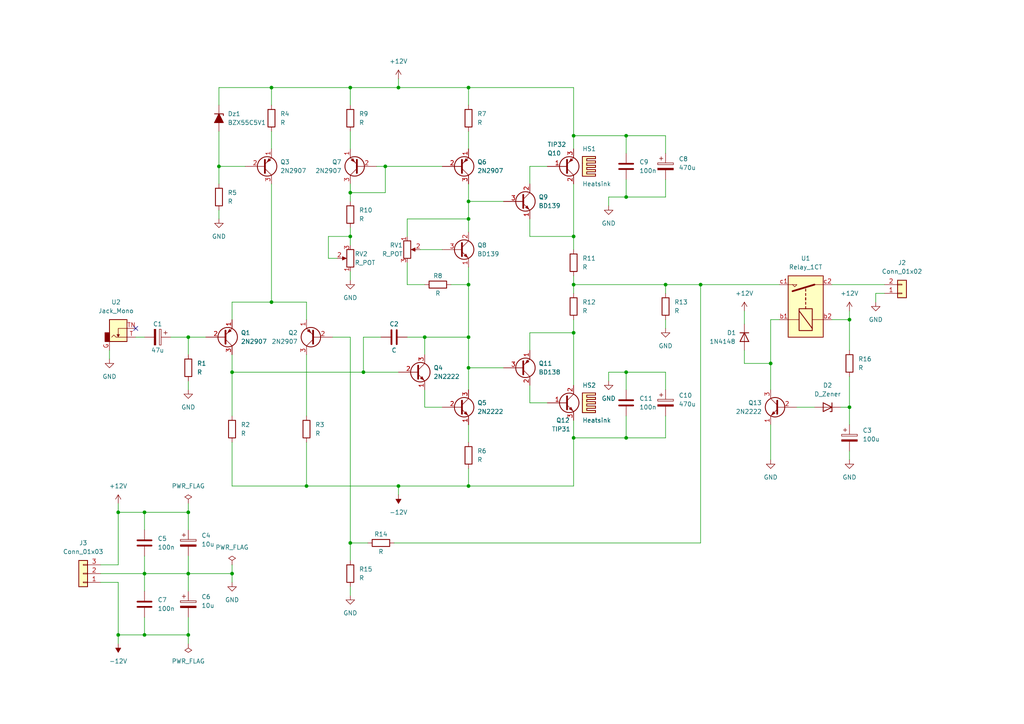
<source format=kicad_sch>
(kicad_sch (version 20211123) (generator eeschema)
  (paper "A4")
  (title_block (title "Amplificateur Audio BE Électronique") (date "2022-03-08") (rev "1.0") (company "INSA Toulouse") (comment 1 "Enseignants: Thierry Rocacher, Patrick Tounsi") (comment 2 "Par Cyprien Heusse") (comment 3 "Réalisé dans le cadre du BE Électronique de 3IMACS"))
  (lib_symbols
    (symbol "CmpAmpliAudioTR:Jack_Mono" (pin_names (offset 1.016))
      (property "Reference" "U" (at 1.27 5.08 0))
      (property "Value" "Jack_Mono" (at 1.27 -8.89 0))
      (symbol "Jack_Mono_0_1"
        (polyline (pts (xy 2.54 0) (xy 0 0) (xy 0 -2.54)))
        (polyline (pts (xy 0 -2.413) (xy 0.381 -1.778) (xy -0.381 -1.778) (xy 0 -2.413)) (fill (type outline)))
        (polyline (pts (xy 2.54 -2.54) (xy -0.635 -2.54) (xy -1.27 -1.905) (xy -1.905 -2.54)))
      )
      (symbol "Jack_Mono_1_1"
        (rectangle (start -2.54 -3.81) (end -3.81 -1.27) (stroke (width 0.254)) (fill (type outline)))
        (rectangle (start 2.54 2.54) (end -2.54 -3.81) (stroke (width 0.254)) (fill (type background)))
        (pin passive line (at -2.54 -6.35 90) (length 2.54) (name "~") (number "G"))
        (pin passive line (at 5.08 -2.54 180) (length 2.54) (name "~") (number "T"))
        (pin passive line (at 5.08 0 180) (length 2.54) (name "~") (number "TN"))
      )
    )
    (symbol "CmpAmpliAudioTR:Relay_1CT" (pin_names (offset 1.016))
      (property "Reference" "U" (at -2.54 10.16 0))
      (property "Value" "Relay_1CT" (at 0 -11.43 0))
      (symbol "Relay_1CT_1_0"
        (polyline (pts (xy 5.08 3.81) (xy 5.08 5.08)))
        (polyline (pts (xy 5.08 3.81) (xy 5.08 2.54) (xy 4.445 3.175) (xy 5.08 3.81)))
      )
      (symbol "Relay_1CT_1_1"
        (rectangle (start -10.16 5.08) (end 7.62 -5.08) (stroke (width 0.254)) (fill (type background)))
        (rectangle (start -8.255 1.905) (end -1.905 -1.905) (stroke (width 0.254)))
        (polyline (pts (xy -7.62 -1.905) (xy -2.54 1.905)) (stroke (width 0.254)))
        (polyline (pts (xy -5.08 -5.08) (xy -5.08 -1.905)))
        (polyline (pts (xy -5.08 5.08) (xy -5.08 1.905)))
        (polyline (pts (xy -1.905 0) (xy -1.27 0)) (stroke (width 0.254)))
        (polyline (pts (xy -0.635 0) (xy 0 0)) (stroke (width 0.254)))
        (polyline (pts (xy 0.635 0) (xy 1.27 0)) (stroke (width 0.254)))
        (polyline (pts (xy 0.635 0) (xy 1.27 0)) (stroke (width 0.254)))
        (polyline (pts (xy 1.905 0) (xy 2.54 0)) (stroke (width 0.254)))
        (polyline (pts (xy 3.175 0) (xy 3.81 0)) (stroke (width 0.254)))
        (polyline (pts (xy 5.08 -2.54) (xy 3.175 3.81)) (stroke (width 0.508)))
        (polyline (pts (xy 5.08 -2.54) (xy 5.08 -5.08)))
        (pin passive line (at -5.08 7.62 270) (length 2.54) (name "~") (number "b1"))
        (pin passive line (at -5.08 -7.62 90) (length 2.54) (name "~") (number "b2"))
        (pin passive line (at 5.08 7.62 270) (length 2.54) (name "~") (number "c1"))
        (pin passive line (at 5.08 -7.62 90) (length 2.54) (name "~") (number "c2"))
      )
    )
    (symbol "Connector_Generic:Conn_01x02" (pin_names (offset 1.016) hide)
      (property "Reference" "J" (at 0 2.54 0))
      (property "Value" "Conn_01x02" (at 0 -5.08 0))
      (symbol "Conn_01x02_1_1"
        (rectangle (start -1.27 -2.413) (end 0 -2.667) (stroke (width 0.1524)))
        (rectangle (start -1.27 0.127) (end 0 -0.127) (stroke (width 0.1524)))
        (rectangle (start -1.27 1.27) (end 1.27 -3.81) (stroke (width 0.254)) (fill (type background)))
        (pin passive line (at -5.08 0 0) (length 3.81) (name "Pin_1") (number "1"))
        (pin passive line (at -5.08 -2.54 0) (length 3.81) (name "Pin_2") (number "2"))
      )
    )
    (symbol "Connector_Generic:Conn_01x03" (pin_names (offset 1.016) hide)
      (property "Reference" "J" (at 0 5.08 0))
      (property "Value" "Conn_01x03" (at 0 -5.08 0))
      (symbol "Conn_01x03_1_1"
        (rectangle (start -1.27 -2.413) (end 0 -2.667) (stroke (width 0.1524)))
        (rectangle (start -1.27 0.127) (end 0 -0.127) (stroke (width 0.1524)))
        (rectangle (start -1.27 2.667) (end 0 2.413) (stroke (width 0.1524)))
        (rectangle (start -1.27 3.81) (end 1.27 -3.81) (stroke (width 0.254)) (fill (type background)))
        (pin passive line (at -5.08 2.54 0) (length 3.81) (name "Pin_1") (number "1"))
        (pin passive line (at -5.08 0 0) (length 3.81) (name "Pin_2") (number "2"))
        (pin passive line (at -5.08 -2.54 0) (length 3.81) (name "Pin_3") (number "3"))
      )
    )
    (symbol "Device:C" (pin_numbers hide) (pin_names (offset 0.254))
      (property "Reference" "C" (at 0.635 2.54 0))
      (property "Value" "C" (at 0.635 -2.54 0))
      (symbol "C_0_1"
        (polyline (pts (xy -2.032 -0.762) (xy 2.032 -0.762)) (stroke (width 0.508)))
        (polyline (pts (xy -2.032 0.762) (xy 2.032 0.762)) (stroke (width 0.508)))
      )
      (symbol "C_1_1"
        (pin passive line (at 0 3.81 270) (length 2.794) (name "~") (number "1"))
        (pin passive line (at 0 -3.81 90) (length 2.794) (name "~") (number "2"))
      )
    )
    (symbol "Device:C_Polarized" (pin_numbers hide) (pin_names (offset 0.254))
      (property "Reference" "C" (at 0.635 2.54 0))
      (property "Value" "C_Polarized" (at 0.635 -2.54 0))
      (symbol "C_Polarized_0_1"
        (rectangle (start -2.286 0.508) (end 2.286 1.016))
        (polyline (pts (xy -1.778 2.286) (xy -0.762 2.286)))
        (polyline (pts (xy -1.27 2.794) (xy -1.27 1.778)))
        (rectangle (start 2.286 -0.508) (end -2.286 -1.016) (fill (type outline)))
      )
      (symbol "C_Polarized_1_1"
        (pin passive line (at 0 3.81 270) (length 2.794) (name "~") (number "1"))
        (pin passive line (at 0 -3.81 90) (length 2.794) (name "~") (number "2"))
      )
    )
    (symbol "Device:D_Zener" (pin_numbers hide) (pin_names (offset 1.016) hide)
      (property "Reference" "D" (at 0 2.54 0))
      (property "Value" "D_Zener" (at 0 -2.54 0))
      (symbol "D_Zener_0_1"
        (polyline (pts (xy 1.27 0) (xy -1.27 0)))
        (polyline (pts (xy -1.27 -1.27) (xy -1.27 1.27) (xy -0.762 1.27)) (stroke (width 0.254)))
        (polyline (pts (xy 1.27 -1.27) (xy 1.27 1.27) (xy -1.27 0) (xy 1.27 -1.27)) (stroke (width 0.254)))
      )
      (symbol "D_Zener_1_1"
        (pin passive line (at -3.81 0 0) (length 2.54) (name "K") (number "1"))
        (pin passive line (at 3.81 0 180) (length 2.54) (name "A") (number "2"))
      )
    )
    (symbol "Device:D_Zener_Filled" (pin_numbers hide) (pin_names (offset 1.016) hide)
      (property "Reference" "D" (at 0 2.54 0))
      (property "Value" "D_Zener_Filled" (at 0 -2.54 0))
      (symbol "D_Zener_Filled_0_1"
        (polyline (pts (xy 1.27 0) (xy -1.27 0)))
        (polyline (pts (xy -1.27 -1.27) (xy -1.27 1.27) (xy -0.762 1.27)) (stroke (width 0.254)))
        (polyline (pts (xy 1.27 -1.27) (xy 1.27 1.27) (xy -1.27 0) (xy 1.27 -1.27)) (stroke (width 0.254)) (fill (type outline)))
      )
      (symbol "D_Zener_Filled_1_1"
        (pin passive line (at -3.81 0 0) (length 2.54) (name "K") (number "1"))
        (pin passive line (at 3.81 0 180) (length 2.54) (name "A") (number "2"))
      )
    )
    (symbol "Device:Q_NPN_BCE" (pin_names (offset 0) hide)
      (property "Reference" "Q" (at 5.08 1.27 0))
      (property "Value" "Q_NPN_BCE" (at 5.08 -1.27 0))
      (symbol "Q_NPN_BCE_0_1"
        (polyline (pts (xy 0.635 0.635) (xy 2.54 2.54)))
        (polyline (pts (xy 0.635 -0.635) (xy 2.54 -2.54) (xy 2.54 -2.54)))
        (polyline (pts (xy 0.635 1.905) (xy 0.635 -1.905) (xy 0.635 -1.905)) (stroke (width 0.508)))
        (polyline (pts (xy 1.27 -1.778) (xy 1.778 -1.27) (xy 2.286 -2.286) (xy 1.27 -1.778) (xy 1.27 -1.778)) (fill (type outline)))
        (circle (center 1.27 0) (radius 2.8194) (stroke (width 0.254)))
      )
      (symbol "Q_NPN_BCE_1_1"
        (pin input line (at -5.08 0 0) (length 5.715) (name "B") (number "1"))
        (pin passive line (at 2.54 5.08 270) (length 2.54) (name "C") (number "2"))
        (pin passive line (at 2.54 -5.08 90) (length 2.54) (name "E") (number "3"))
      )
    )
    (symbol "Device:Q_NPN_EBC" (pin_names (offset 0) hide)
      (property "Reference" "Q" (at 5.08 1.27 0))
      (property "Value" "Q_NPN_EBC" (at 5.08 -1.27 0))
      (symbol "Q_NPN_EBC_0_1"
        (polyline (pts (xy 0.635 0.635) (xy 2.54 2.54)))
        (polyline (pts (xy 0.635 -0.635) (xy 2.54 -2.54) (xy 2.54 -2.54)))
        (polyline (pts (xy 0.635 1.905) (xy 0.635 -1.905) (xy 0.635 -1.905)) (stroke (width 0.508)))
        (polyline (pts (xy 1.27 -1.778) (xy 1.778 -1.27) (xy 2.286 -2.286) (xy 1.27 -1.778) (xy 1.27 -1.778)) (fill (type outline)))
        (circle (center 1.27 0) (radius 2.8194) (stroke (width 0.254)))
      )
      (symbol "Q_NPN_EBC_1_1"
        (pin passive line (at 2.54 -5.08 90) (length 2.54) (name "E") (number "1"))
        (pin passive line (at -5.08 0 0) (length 5.715) (name "B") (number "2"))
        (pin passive line (at 2.54 5.08 270) (length 2.54) (name "C") (number "3"))
      )
    )
    (symbol "Device:Q_NPN_ECB" (pin_names (offset 0) hide)
      (property "Reference" "Q" (at 5.08 1.27 0))
      (property "Value" "Q_NPN_ECB" (at 5.08 -1.27 0))
      (symbol "Q_NPN_ECB_0_1"
        (polyline (pts (xy 0.635 0.635) (xy 2.54 2.54)))
        (polyline (pts (xy 0.635 -0.635) (xy 2.54 -2.54) (xy 2.54 -2.54)))
        (polyline (pts (xy 0.635 1.905) (xy 0.635 -1.905) (xy 0.635 -1.905)) (stroke (width 0.508)))
        (polyline (pts (xy 1.27 -1.778) (xy 1.778 -1.27) (xy 2.286 -2.286) (xy 1.27 -1.778) (xy 1.27 -1.778)) (fill (type outline)))
        (circle (center 1.27 0) (radius 2.8194) (stroke (width 0.254)))
      )
      (symbol "Q_NPN_ECB_1_1"
        (pin passive line (at 2.54 -5.08 90) (length 2.54) (name "E") (number "1"))
        (pin passive line (at 2.54 5.08 270) (length 2.54) (name "C") (number "2"))
        (pin passive line (at -5.08 0 0) (length 5.715) (name "B") (number "3"))
      )
    )
    (symbol "Device:Q_PNP_BCE" (pin_names (offset 0) hide)
      (property "Reference" "Q" (at 5.08 1.27 0))
      (property "Value" "Q_PNP_BCE" (at 5.08 -1.27 0))
      (symbol "Q_PNP_BCE_0_1"
        (polyline (pts (xy 0.635 0.635) (xy 2.54 2.54)))
        (polyline (pts (xy 0.635 -0.635) (xy 2.54 -2.54) (xy 2.54 -2.54)))
        (polyline (pts (xy 0.635 1.905) (xy 0.635 -1.905) (xy 0.635 -1.905)) (stroke (width 0.508)))
        (polyline (pts (xy 2.286 -1.778) (xy 1.778 -2.286) (xy 1.27 -1.27) (xy 2.286 -1.778) (xy 2.286 -1.778)) (fill (type outline)))
        (circle (center 1.27 0) (radius 2.8194) (stroke (width 0.254)))
      )
      (symbol "Q_PNP_BCE_1_1"
        (pin input line (at -5.08 0 0) (length 5.715) (name "B") (number "1"))
        (pin passive line (at 2.54 5.08 270) (length 2.54) (name "C") (number "2"))
        (pin passive line (at 2.54 -5.08 90) (length 2.54) (name "E") (number "3"))
      )
    )
    (symbol "Device:Q_PNP_EBC" (pin_names (offset 0) hide)
      (property "Reference" "Q" (at 5.08 1.27 0))
      (property "Value" "Q_PNP_EBC" (at 5.08 -1.27 0))
      (symbol "Q_PNP_EBC_0_1"
        (polyline (pts (xy 0.635 0.635) (xy 2.54 2.54)))
        (polyline (pts (xy 0.635 -0.635) (xy 2.54 -2.54) (xy 2.54 -2.54)))
        (polyline (pts (xy 0.635 1.905) (xy 0.635 -1.905) (xy 0.635 -1.905)) (stroke (width 0.508)))
        (polyline (pts (xy 2.286 -1.778) (xy 1.778 -2.286) (xy 1.27 -1.27) (xy 2.286 -1.778) (xy 2.286 -1.778)) (fill (type outline)))
        (circle (center 1.27 0) (radius 2.8194) (stroke (width 0.254)))
      )
      (symbol "Q_PNP_EBC_1_1"
        (pin passive line (at 2.54 -5.08 90) (length 2.54) (name "E") (number "1"))
        (pin input line (at -5.08 0 0) (length 5.715) (name "B") (number "2"))
        (pin passive line (at 2.54 5.08 270) (length 2.54) (name "C") (number "3"))
      )
    )
    (symbol "Device:Q_PNP_ECB" (pin_names (offset 0) hide)
      (property "Reference" "Q" (at 5.08 1.27 0))
      (property "Value" "Q_PNP_ECB" (at 5.08 -1.27 0))
      (symbol "Q_PNP_ECB_0_1"
        (polyline (pts (xy 0.635 0.635) (xy 2.54 2.54)))
        (polyline (pts (xy 0.635 -0.635) (xy 2.54 -2.54) (xy 2.54 -2.54)))
        (polyline (pts (xy 0.635 1.905) (xy 0.635 -1.905) (xy 0.635 -1.905)) (stroke (width 0.508)))
        (polyline (pts (xy 2.286 -1.778) (xy 1.778 -2.286) (xy 1.27 -1.27) (xy 2.286 -1.778) (xy 2.286 -1.778)) (fill (type outline)))
        (circle (center 1.27 0) (radius 2.8194) (stroke (width 0.254)))
      )
      (symbol "Q_PNP_ECB_1_1"
        (pin passive line (at 2.54 -5.08 90) (length 2.54) (name "E") (number "1"))
        (pin passive line (at 2.54 5.08 270) (length 2.54) (name "C") (number "2"))
        (pin input line (at -5.08 0 0) (length 5.715) (name "B") (number "3"))
      )
    )
    (symbol "Device:R" (pin_numbers hide) (pin_names (offset 0))
      (property "Reference" "R" (at 2.032 0 90))
      (property "Value" "R" (at 0 0 90))
      (symbol "R_0_1"
        (rectangle (start -1.016 -2.54) (end 1.016 2.54) (stroke (width 0.254)))
      )
      (symbol "R_1_1"
        (pin passive line (at 0 3.81 270) (length 1.27) (name "~") (number "1"))
        (pin passive line (at 0 -3.81 90) (length 1.27) (name "~") (number "2"))
      )
    )
    (symbol "Device:R_Potentiometer" (pin_names (offset 1.016) hide)
      (property "Reference" "RV" (at -4.445 0 90))
      (property "Value" "R_Potentiometer" (at -2.54 0 90))
      (symbol "R_Potentiometer_0_1"
        (polyline (pts (xy 2.54 0) (xy 1.524 0)))
        (polyline (pts (xy 1.143 0) (xy 2.286 0.508) (xy 2.286 -0.508) (xy 1.143 0)) (fill (type outline)))
        (rectangle (start 1.016 2.54) (end -1.016 -2.54) (stroke (width 0.254)))
      )
      (symbol "R_Potentiometer_1_1"
        (pin passive line (at 0 3.81 270) (length 1.27) (name "1") (number "1"))
        (pin passive line (at 3.81 0 180) (length 1.27) (name "2") (number "2"))
        (pin passive line (at 0 -3.81 90) (length 1.27) (name "3") (number "3"))
      )
    )
    (symbol "Diode:1N4148" (pin_numbers hide) (pin_names (offset 1.016) hide)
      (property "Reference" "D" (at 0 2.54 0))
      (property "Value" "1N4148" (at 0 -2.54 0))
      (symbol "1N4148_0_1"
        (polyline (pts (xy -1.27 1.27) (xy -1.27 -1.27)) (stroke (width 0.254)))
        (polyline (pts (xy 1.27 0) (xy -1.27 0)))
        (polyline (pts (xy 1.27 1.27) (xy 1.27 -1.27) (xy -1.27 0) (xy 1.27 1.27)) (stroke (width 0.254)))
      )
      (symbol "1N4148_1_1"
        (pin passive line (at -3.81 0 0) (length 2.54) (name "K") (number "1"))
        (pin passive line (at 3.81 0 180) (length 2.54) (name "A") (number "2"))
      )
    )
    (symbol "Mechanical:Heatsink" (pin_names (offset 1.016))
      (property "Reference" "HS" (at 0 5.08 0))
      (property "Value" "Heatsink" (at 0 -1.27 0))
      (symbol "Heatsink_0_1"
        (polyline (pts (xy -0.3302 1.27) (xy -0.9652 1.27) (xy -0.9652 3.81) (xy -1.6002 3.81) (xy -1.6002 1.27) (xy -2.2352 1.27) (xy -2.2352 3.81) (xy -2.8702 3.81) (xy -2.8702 0) (xy -0.9652 0)) (stroke (width 0.254)) (fill (type background)))
        (polyline (pts (xy -0.3302 1.27) (xy -0.3302 3.81) (xy 0.3048 3.81) (xy 0.3048 1.27) (xy 0.9398 1.27) (xy 0.9398 3.81) (xy 1.5748 3.81) (xy 1.5748 1.27) (xy 2.2098 1.27) (xy 2.2098 3.81) (xy 2.8448 3.81) (xy 2.8448 0) (xy -0.9652 0)) (stroke (width 0.254)) (fill (type background)))
      )
    )
    (symbol "power:+12V" (power) (pin_names (offset 0))
      (property "Value" "+12V" (at 0 3.556 0))
      (symbol "+12V_0_1"
        (polyline (pts (xy -0.762 1.27) (xy 0 2.54)))
        (polyline (pts (xy 0 0) (xy 0 2.54)))
        (polyline (pts (xy 0 2.54) (xy 0.762 1.27)))
      )
      (symbol "+12V_1_1"
        (pin power_in line (at 0 0 90) (length 0) hide (name "+12V") (number "1"))
      )
    )
    (symbol "power:-12V" (power) (pin_names (offset 0))
      (property "Value" "-12V" (at 0 3.81 0))
      (symbol "-12V_0_0"
        (pin power_in line (at 0 0 90) (length 0) hide (name "-12V") (number "1"))
      )
      (symbol "-12V_0_1"
        (polyline (pts (xy 0 0) (xy 0 1.27) (xy 0.762 1.27) (xy 0 2.54) (xy -0.762 1.27) (xy 0 1.27)) (fill (type outline)))
      )
    )
    (symbol "power:GND" (power) (pin_names (offset 0))
      (property "Value" "GND" (at 0 -3.81 0))
      (symbol "GND_0_1"
        (polyline (pts (xy 0 0) (xy 0 -1.27) (xy 1.27 -1.27) (xy 0 -2.54) (xy -1.27 -1.27) (xy 0 -1.27)))
      )
      (symbol "GND_1_1"
        (pin power_in line (at 0 0 270) (length 0) hide (name "GND") (number "1"))
      )
    )
    (symbol "power:PWR_FLAG" (power) (pin_numbers hide) (pin_names (offset 0) hide)
      (property "Value" "PWR_FLAG" (at 0 3.81 0))
      (symbol "PWR_FLAG_0_0"
        (pin power_out line (at 0 0 90) (length 0) (name "pwr") (number "1"))
      )
      (symbol "PWR_FLAG_0_1"
        (polyline (pts (xy 0 0) (xy 0 1.27) (xy -1.016 1.905) (xy 0 2.54) (xy 1.016 1.905) (xy 0 1.27)))
      )
    )
  )
  (junction (at 54.61 166.37))
  (junction (at 54.61 97.79))
  (junction (at 166.37 68.58))
  (junction (at 115.57 25.4))
  (junction (at 105.41 107.95))
  (junction (at 166.37 82.55))
  (junction (at 101.6 68.58))
  (junction (at 181.61 107.95))
  (junction (at 246.38 92.71))
  (junction (at 41.91 184.15))
  (junction (at 135.89 58.42))
  (junction (at 101.6 25.4))
  (junction (at 41.91 166.37))
  (junction (at 101.6 55.88))
  (junction (at 193.04 82.55))
  (junction (at 34.29 184.15))
  (junction (at 135.89 25.4))
  (junction (at 223.52 105.41))
  (junction (at 88.9 140.97))
  (junction (at 34.29 148.59))
  (junction (at 101.6 157.48))
  (junction (at 78.74 87.63))
  (junction (at 41.91 148.59))
  (junction (at 135.89 82.55))
  (junction (at 135.89 97.79))
  (junction (at 203.2 82.55))
  (junction (at 54.61 184.15))
  (junction (at 123.19 97.79))
  (junction (at 67.31 166.37))
  (junction (at 115.57 140.97))
  (junction (at 63.5 48.26))
  (junction (at 135.89 106.68))
  (junction (at 135.89 140.97))
  (junction (at 166.37 127))
  (junction (at 78.74 25.4))
  (junction (at 135.89 63.5))
  (junction (at 181.61 127))
  (junction (at 67.31 107.95))
  (junction (at 54.61 148.59))
  (junction (at 111.76 48.26))
  (junction (at 166.37 39.37))
  (junction (at 246.38 118.11))
  (junction (at 166.37 96.52))
  (junction (at 181.61 57.15))
  (junction (at 181.61 39.37))
  (no_connect (at 39.37 95.25))
  (wire (pts (xy 246.38 118.11) (xy 243.84 118.11)))
  (wire (pts (xy 95.25 74.93) (xy 95.25 68.58)))
  (wire (pts (xy 67.31 102.87) (xy 67.31 107.95)))
  (wire (pts (xy 176.53 107.95) (xy 181.61 107.95)))
  (wire (pts (xy 97.79 74.93) (xy 95.25 74.93)))
  (wire (pts (xy 135.89 58.42) (xy 135.89 63.5)))
  (wire (pts (xy 95.25 68.58) (xy 101.6 68.58)))
  (wire (pts (xy 115.57 25.4) (xy 135.89 25.4)))
  (wire (pts (xy 181.61 44.45) (xy 181.61 39.37)))
  (wire (pts (xy 181.61 39.37) (xy 193.04 39.37)))
  (wire (pts (xy 118.11 76.2) (xy 118.11 82.55)))
  (wire (pts (xy 67.31 87.63) (xy 78.74 87.63)))
  (wire (pts (xy 166.37 68.58) (xy 166.37 72.39)))
  (wire (pts (xy 130.81 82.55) (xy 135.89 82.55)))
  (wire (pts (xy 115.57 140.97) (xy 115.57 143.51)))
  (wire (pts (xy 54.61 184.15) (xy 54.61 186.69)))
  (wire (pts (xy 63.5 48.26) (xy 71.12 48.26)))
  (wire (pts (xy 88.9 140.97) (xy 115.57 140.97)))
  (wire (pts (xy 78.74 25.4) (xy 78.74 30.48)))
  (wire (pts (xy 135.89 25.4) (xy 135.89 30.48)))
  (wire (pts (xy 166.37 121.92) (xy 166.37 127)))
  (wire (pts (xy 135.89 63.5) (xy 135.89 67.31)))
  (wire (pts (xy 78.74 38.1) (xy 78.74 43.18)))
  (wire (pts (xy 166.37 68.58) (xy 166.37 53.34)))
  (wire (pts (xy 166.37 82.55) (xy 193.04 82.55)))
  (wire (pts (xy 166.37 82.55) (xy 166.37 85.09)))
  (wire (pts (xy 110.49 97.79) (xy 105.41 97.79)))
  (wire (pts (xy 223.52 92.71) (xy 223.52 105.41)))
  (wire (pts (xy 241.3 82.55) (xy 256.54 82.55)))
  (wire (pts (xy 135.89 53.34) (xy 135.89 58.42)))
  (wire (pts (xy 166.37 127) (xy 166.37 140.97)))
  (wire (pts (xy 111.76 48.26) (xy 128.27 48.26)))
  (wire (pts (xy 254 85.09) (xy 254 87.63)))
  (wire (pts (xy 223.52 123.19) (xy 223.52 133.35)))
  (wire (pts (xy 67.31 128.27) (xy 67.31 140.97)))
  (wire (pts (xy 101.6 170.18) (xy 101.6 172.72)))
  (wire (pts (xy 101.6 30.48) (xy 101.6 25.4)))
  (wire (pts (xy 101.6 55.88) (xy 111.76 55.88)))
  (wire (pts (xy 63.5 30.48) (xy 63.5 25.4)))
  (wire (pts (xy 101.6 38.1) (xy 101.6 43.18)))
  (wire (pts (xy 118.11 68.58) (xy 118.11 63.5)))
  (wire (pts (xy 215.9 101.6) (xy 215.9 105.41)))
  (wire (pts (xy 246.38 109.22) (xy 246.38 118.11)))
  (wire (pts (xy 123.19 97.79) (xy 123.19 102.87)))
  (wire (pts (xy 54.61 97.79) (xy 59.69 97.79)))
  (wire (pts (xy 181.61 57.15) (xy 176.53 57.15)))
  (wire (pts (xy 34.29 168.91) (xy 34.29 184.15)))
  (wire (pts (xy 67.31 166.37) (xy 67.31 168.91)))
  (wire (pts (xy 246.38 92.71) (xy 246.38 101.6)))
  (wire (pts (xy 88.9 102.87) (xy 88.9 120.65)))
  (wire (pts (xy 135.89 82.55) (xy 135.89 97.79)))
  (wire (pts (xy 181.61 39.37) (xy 166.37 39.37)))
  (wire (pts (xy 193.04 82.55) (xy 193.04 85.09)))
  (wire (pts (xy 41.91 166.37) (xy 41.91 161.29)))
  (wire (pts (xy 135.89 25.4) (xy 166.37 25.4)))
  (wire (pts (xy 166.37 39.37) (xy 166.37 43.18)))
  (wire (pts (xy 153.67 63.5) (xy 153.67 68.58)))
  (wire (pts (xy 31.75 101.6) (xy 31.75 104.14)))
  (wire (pts (xy 181.61 57.15) (xy 193.04 57.15)))
  (wire (pts (xy 41.91 166.37) (xy 54.61 166.37)))
  (wire (pts (xy 54.61 166.37) (xy 67.31 166.37)))
  (wire (pts (xy 34.29 163.83) (xy 34.29 148.59)))
  (wire (pts (xy 121.92 72.39) (xy 128.27 72.39)))
  (wire (pts (xy 181.61 127) (xy 181.61 120.65)))
  (wire (pts (xy 256.54 85.09) (xy 254 85.09)))
  (wire (pts (xy 181.61 107.95) (xy 193.04 107.95)))
  (wire (pts (xy 153.67 116.84) (xy 158.75 116.84)))
  (wire (pts (xy 96.52 97.79) (xy 101.6 97.79)))
  (wire (pts (xy 88.9 128.27) (xy 88.9 140.97)))
  (wire (pts (xy 135.89 140.97) (xy 166.37 140.97)))
  (wire (pts (xy 153.67 68.58) (xy 166.37 68.58)))
  (wire (pts (xy 153.67 53.34) (xy 153.67 48.26)))
  (wire (pts (xy 101.6 53.34) (xy 101.6 55.88)))
  (wire (pts (xy 67.31 163.83) (xy 67.31 166.37)))
  (wire (pts (xy 41.91 184.15) (xy 54.61 184.15)))
  (wire (pts (xy 54.61 146.05) (xy 54.61 148.59)))
  (wire (pts (xy 41.91 179.07) (xy 41.91 184.15)))
  (wire (pts (xy 246.38 118.11) (xy 246.38 123.19)))
  (wire (pts (xy 115.57 140.97) (xy 135.89 140.97)))
  (wire (pts (xy 54.61 184.15) (xy 54.61 179.07)))
  (wire (pts (xy 101.6 25.4) (xy 115.57 25.4)))
  (wire (pts (xy 241.3 92.71) (xy 246.38 92.71)))
  (wire (pts (xy 181.61 127) (xy 193.04 127)))
  (wire (pts (xy 246.38 130.81) (xy 246.38 133.35)))
  (wire (pts (xy 203.2 82.55) (xy 203.2 157.48)))
  (wire (pts (xy 118.11 97.79) (xy 123.19 97.79)))
  (wire (pts (xy 54.61 110.49) (xy 54.61 113.03)))
  (wire (pts (xy 118.11 82.55) (xy 123.19 82.55)))
  (wire (pts (xy 231.14 118.11) (xy 236.22 118.11)))
  (wire (pts (xy 29.21 168.91) (xy 34.29 168.91)))
  (wire (pts (xy 63.5 25.4) (xy 78.74 25.4)))
  (wire (pts (xy 109.22 48.26) (xy 111.76 48.26)))
  (wire (pts (xy 166.37 92.71) (xy 166.37 96.52)))
  (wire (pts (xy 67.31 140.97) (xy 88.9 140.97)))
  (wire (pts (xy 101.6 66.04) (xy 101.6 68.58)))
  (wire (pts (xy 135.89 135.89) (xy 135.89 140.97)))
  (wire (pts (xy 34.29 148.59) (xy 41.91 148.59)))
  (wire (pts (xy 105.41 107.95) (xy 115.57 107.95)))
  (wire (pts (xy 135.89 58.42) (xy 146.05 58.42)))
  (wire (pts (xy 181.61 52.07) (xy 181.61 57.15)))
  (wire (pts (xy 226.06 92.71) (xy 223.52 92.71)))
  (wire (pts (xy 166.37 25.4) (xy 166.37 39.37)))
  (wire (pts (xy 63.5 48.26) (xy 63.5 53.34)))
  (wire (pts (xy 166.37 80.01) (xy 166.37 82.55)))
  (wire (pts (xy 105.41 97.79) (xy 105.41 107.95)))
  (wire (pts (xy 101.6 68.58) (xy 101.6 71.12)))
  (wire (pts (xy 78.74 53.34) (xy 78.74 87.63)))
  (wire (pts (xy 29.21 166.37) (xy 41.91 166.37)))
  (wire (pts (xy 111.76 55.88) (xy 111.76 48.26)))
  (wire (pts (xy 203.2 82.55) (xy 226.06 82.55)))
  (wire (pts (xy 176.53 110.49) (xy 176.53 107.95)))
  (wire (pts (xy 67.31 107.95) (xy 67.31 120.65)))
  (wire (pts (xy 54.61 97.79) (xy 54.61 102.87)))
  (wire (pts (xy 153.67 101.6) (xy 153.67 96.52)))
  (wire (pts (xy 49.53 97.79) (xy 54.61 97.79)))
  (wire (pts (xy 215.9 90.17) (xy 215.9 93.98)))
  (wire (pts (xy 123.19 97.79) (xy 135.89 97.79)))
  (wire (pts (xy 54.61 166.37) (xy 54.61 171.45)))
  (wire (pts (xy 123.19 118.11) (xy 128.27 118.11)))
  (wire (pts (xy 176.53 57.15) (xy 176.53 59.69)))
  (wire (pts (xy 101.6 97.79) (xy 101.6 157.48)))
  (wire (pts (xy 101.6 78.74) (xy 101.6 81.28)))
  (wire (pts (xy 166.37 96.52) (xy 166.37 111.76)))
  (wire (pts (xy 34.29 146.05) (xy 34.29 148.59)))
  (wire (pts (xy 135.89 106.68) (xy 135.89 113.03)))
  (wire (pts (xy 193.04 82.55) (xy 203.2 82.55)))
  (wire (pts (xy 193.04 127) (xy 193.04 120.65)))
  (wire (pts (xy 29.21 163.83) (xy 34.29 163.83)))
  (wire (pts (xy 135.89 38.1) (xy 135.89 43.18)))
  (wire (pts (xy 135.89 106.68) (xy 146.05 106.68)))
  (wire (pts (xy 54.61 161.29) (xy 54.61 166.37)))
  (wire (pts (xy 223.52 105.41) (xy 223.52 113.03)))
  (wire (pts (xy 88.9 87.63) (xy 88.9 92.71)))
  (wire (pts (xy 63.5 38.1) (xy 63.5 48.26)))
  (wire (pts (xy 118.11 63.5) (xy 135.89 63.5)))
  (wire (pts (xy 63.5 60.96) (xy 63.5 63.5)))
  (wire (pts (xy 34.29 184.15) (xy 34.29 186.69)))
  (wire (pts (xy 123.19 113.03) (xy 123.19 118.11)))
  (wire (pts (xy 193.04 113.03) (xy 193.04 107.95)))
  (wire (pts (xy 166.37 127) (xy 181.61 127)))
  (wire (pts (xy 41.91 166.37) (xy 41.91 171.45)))
  (wire (pts (xy 153.67 111.76) (xy 153.67 116.84)))
  (wire (pts (xy 101.6 157.48) (xy 101.6 162.56)))
  (wire (pts (xy 135.89 82.55) (xy 135.89 77.47)))
  (wire (pts (xy 135.89 97.79) (xy 135.89 106.68)))
  (wire (pts (xy 115.57 22.86) (xy 115.57 25.4)))
  (wire (pts (xy 41.91 148.59) (xy 54.61 148.59)))
  (wire (pts (xy 101.6 157.48) (xy 106.68 157.48)))
  (wire (pts (xy 193.04 39.37) (xy 193.04 44.45)))
  (wire (pts (xy 223.52 105.41) (xy 215.9 105.41)))
  (wire (pts (xy 101.6 55.88) (xy 101.6 58.42)))
  (wire (pts (xy 203.2 157.48) (xy 114.3 157.48)))
  (wire (pts (xy 78.74 25.4) (xy 101.6 25.4)))
  (wire (pts (xy 153.67 96.52) (xy 166.37 96.52)))
  (wire (pts (xy 181.61 107.95) (xy 181.61 113.03)))
  (wire (pts (xy 67.31 107.95) (xy 105.41 107.95)))
  (wire (pts (xy 153.67 48.26) (xy 158.75 48.26)))
  (wire (pts (xy 135.89 123.19) (xy 135.89 128.27)))
  (wire (pts (xy 39.37 97.79) (xy 41.91 97.79)))
  (wire (pts (xy 54.61 148.59) (xy 54.61 153.67)))
  (wire (pts (xy 67.31 92.71) (xy 67.31 87.63)))
  (wire (pts (xy 78.74 87.63) (xy 88.9 87.63)))
  (wire (pts (xy 34.29 184.15) (xy 41.91 184.15)))
  (wire (pts (xy 246.38 90.17) (xy 246.38 92.71)))
  (wire (pts (xy 193.04 92.71) (xy 193.04 95.25)))
  (wire (pts (xy 193.04 57.15) (xy 193.04 52.07)))
  (wire (pts (xy 41.91 148.59) (xy 41.91 153.67)))
  (symbol (lib_id "Device:R") (at 135.89 132.08 180) (unit 1)
    (property "Reference" "R6" (at 138.43 130.8099 0) (effects (justify right)))
    (property "Value" "R" (at 138.43 133.3499 0) (effects (justify right)))
    (property "Footprint" "CmpAmpliAudioTR:R_Axial_DIN0207_L6.3mm_D2.5mm_P10.16mm_Horizontal" (effects hide))
  )
  (symbol (lib_id "Device:Q_NPN_ECB") (at 133.35 72.39 0) (unit 1)
    (property "Reference" "Q8" (at 138.43 71.1199 0) (effects (justify left)))
    (property "Value" "BD139" (at 138.43 73.6599 0) (effects (justify left)))
    (property "Footprint" "CmpAmpliAudioTR:TO-126-3_Vertical" (effects hide))
  )
  (symbol (lib_id "power:PWR_FLAG") (at 54.61 186.69 180) (unit 1)
    (property "Reference" "#FLG02" (effects hide))
    (property "Value" "PWR_FLAG" (at 54.61 191.77 0))
  )
  (symbol (lib_id "power:GND") (at 101.6 172.72 0) (unit 1)
    (property "Reference" "#PWR08" (effects hide))
    (property "Value" "GND" (at 101.6 177.8 0))
  )
  (symbol (lib_id "power:-12V") (at 34.29 186.69 180) (unit 1)
    (property "Reference" "#PWR03" (effects hide))
    (property "Value" "-12V" (at 34.29 191.77 0))
  )
  (symbol (lib_id "Device:C") (at 41.91 157.48 0) (unit 1)
    (property "Reference" "C5" (at 45.72 156.2099 0) (effects (justify left)))
    (property "Value" "100n" (at 45.72 158.7499 0) (effects (justify left)))
    (property "Footprint" "CmpAmpliAudioTR:C_Rect_L7.2mm_W3.5mm_P5.00mm_FKS2_FKP2_MKS2_MKP2" (effects hide))
  )
  (symbol (lib_id "Device:Q_PNP_EBC") (at 64.77 97.79 0) (mirror x) (unit 1)
    (property "Reference" "Q1" (at 69.85 96.5199 0) (effects (justify left)))
    (property "Value" "2N2907" (at 69.85 99.0599 0) (effects (justify left)))
    (property "Footprint" "CmpAmpliAudioTR:TO-18-3" (effects hide))
  )
  (symbol (lib_id "power:+12V") (at 115.57 22.86 0) (unit 1)
    (property "Reference" "#PWR09" (effects hide))
    (property "Value" "+12V" (at 115.57 17.78 0))
  )
  (symbol (lib_id "CmpAmpliAudioTR:Jack_Mono") (at 34.29 95.25 0) (unit 1)
    (property "Reference" "U2" (at 33.655 87.63 0))
    (property "Value" "Jack_Mono" (at 33.655 90.17 0))
    (property "Footprint" "CmpAmpliAudioTR:Jack_35RAPC2AV" (effects hide))
  )
  (symbol (lib_id "power:+12V") (at 34.29 146.05 0) (unit 1)
    (property "Reference" "#PWR02" (effects hide))
    (property "Value" "+12V" (at 34.29 140.97 0))
  )
  (symbol (lib_id "Device:R") (at 110.49 157.48 90) (unit 1)
    (property "Reference" "R14" (at 110.49 154.94 90))
    (property "Value" "R" (at 110.49 160.02 90))
    (property "Footprint" "CmpAmpliAudioTR:R_Axial_DIN0207_L6.3mm_D2.5mm_P10.16mm_Horizontal" (effects hide))
  )
  (symbol (lib_id "Device:Q_NPN_EBC") (at 120.65 107.95 0) (unit 1)
    (property "Reference" "Q4" (at 125.73 106.6799 0) (effects (justify left)))
    (property "Value" "2N2222" (at 125.73 109.2199 0) (effects (justify left)))
    (property "Footprint" "CmpAmpliAudioTR:TO-18-3" (effects hide))
  )
  (symbol (lib_id "Device:R") (at 101.6 62.23 0) (unit 1)
    (property "Reference" "R10" (at 104.14 60.9599 0) (effects (justify left)))
    (property "Value" "R" (at 104.14 63.4999 0) (effects (justify left)))
    (property "Footprint" "CmpAmpliAudioTR:R_Axial_DIN0207_L6.3mm_D2.5mm_P10.16mm_Horizontal" (effects hide))
  )
  (symbol (lib_id "Device:Q_PNP_EBC") (at 91.44 97.79 180) (unit 1)
    (property "Reference" "Q2" (at 86.36 96.5199 0) (effects (justify left)))
    (property "Value" "2N2907" (at 86.36 99.0599 0) (effects (justify left)))
    (property "Footprint" "CmpAmpliAudioTR:TO-18-3" (effects hide))
  )
  (symbol (lib_id "Device:C_Polarized") (at 54.61 175.26 0) (unit 1)
    (property "Reference" "C6" (at 58.42 173.1009 0) (effects (justify left)))
    (property "Value" "10u" (at 58.42 175.6409 0) (effects (justify left)))
    (property "Footprint" "CmpAmpliAudioTR:CP_Radial_D8.0mm_P5.00mm" (effects hide))
  )
  (symbol (lib_id "power:GND") (at 31.75 104.14 0) (unit 1)
    (property "Reference" "#PWR01" (effects hide))
    (property "Value" "GND" (at 31.75 109.22 0))
  )
  (symbol (lib_id "Diode:1N4148") (at 215.9 97.79 270) (unit 1)
    (property "Reference" "D1" (at 210.82 96.52 90) (effects (justify left)))
    (property "Value" "1N4148" (at 205.74 99.06 90) (effects (justify left)))
    (property "Footprint" "CmpAmpliAudioTR:D_DO-35_SOD27_P10.16mm_Horizontal" (effects hide))
    (property "Datasheet" "https://assets.nexperia.com/documents/data-sheet/1N4148_1N4448.pdf" (effects hide))
  )
  (symbol (lib_id "power:-12V") (at 115.57 143.51 180) (unit 1)
    (property "Reference" "#PWR010" (effects hide))
    (property "Value" "-12V" (at 115.57 148.59 0))
  )
  (symbol (lib_id "Device:D_Zener_Filled") (at 63.5 34.29 270) (unit 1)
    (property "Reference" "Dz1" (at 66.04 33.0199 90) (effects (justify left)))
    (property "Value" "BZX55C5V1" (at 66.04 35.5599 90) (effects (justify left)))
    (property "Footprint" "CmpAmpliAudioTR:D_DO-35_SOD27_P10.16mm_Horizontal" (effects hide))
  )
  (symbol (lib_id "power:GND") (at 176.53 110.49 0) (unit 1)
    (property "Reference" "#PWR012" (effects hide))
    (property "Value" "GND" (at 176.53 115.57 0))
  )
  (symbol (lib_id "Device:Q_PNP_BCE") (at 163.83 48.26 0) (mirror x) (unit 1)
    (property "Reference" "Q10" (at 158.75 44.45 0) (effects (justify left)))
    (property "Value" "TIP32" (at 158.75 41.91 0) (effects (justify left)))
    (property "Footprint" "CmpAmpliAudioTR:TO-220-3_Vertical" (effects hide))
  )
  (symbol (lib_id "Device:R") (at 78.74 34.29 0) (unit 1)
    (property "Reference" "R4" (at 81.28 33.0199 0) (effects (justify left)))
    (property "Value" "R" (at 81.28 35.5599 0) (effects (justify left)))
    (property "Footprint" "CmpAmpliAudioTR:R_Axial_DIN0207_L6.3mm_D2.5mm_P10.16mm_Horizontal" (effects hide))
  )
  (symbol (lib_id "power:PWR_FLAG") (at 54.61 146.05 0) (unit 1)
    (property "Reference" "#FLG01" (effects hide))
    (property "Value" "PWR_FLAG" (at 54.61 140.97 0))
  )
  (symbol (lib_id "Device:R") (at 54.61 106.68 0) (unit 1)
    (property "Reference" "R1" (at 57.15 105.4099 0) (effects (justify left)))
    (property "Value" "R" (at 57.15 107.9499 0) (effects (justify left)))
    (property "Footprint" "CmpAmpliAudioTR:R_Axial_DIN0207_L6.3mm_D2.5mm_P10.16mm_Horizontal" (effects hide))
  )
  (symbol (lib_id "Device:R_Potentiometer") (at 118.11 72.39 0) (unit 1)
    (property "Reference" "RV1" (at 116.84 71.12 0) (effects (justify right)))
    (property "Value" "R_POT" (at 116.84 73.66 0) (effects (justify right)))
    (property "Footprint" "CmpAmpliAudioTR:Potentiometer_Bourns_3296W_Vertical" (effects hide))
  )
  (symbol (lib_id "Device:C_Polarized") (at 193.04 48.26 0) (unit 1)
    (property "Reference" "C8" (at 196.85 46.1009 0) (effects (justify left)))
    (property "Value" "470u" (at 196.85 48.6409 0) (effects (justify left)))
    (property "Footprint" "CmpAmpliAudioTR:CP_Radial_D12.5mm_P5.00mm" (effects hide))
  )
  (symbol (lib_id "Device:D_Zener") (at 240.03 118.11 180) (unit 1)
    (property "Reference" "D2" (at 240.03 111.76 0))
    (property "Value" "D_Zener" (at 240.03 114.3 0))
    (property "Footprint" "CmpAmpliAudioTR:D_DO-35_SOD27_P10.16mm_Horizontal" (effects hide))
  )
  (symbol (lib_id "Connector_Generic:Conn_01x03") (at 24.13 166.37 180) (unit 1)
    (property "Reference" "J3" (at 24.13 157.48 0))
    (property "Value" "Conn_01x03" (at 24.13 160.02 0))
    (property "Footprint" "CmpAmpliAudioTR:PhoenixContact_MSTBVA_2,5_3-G-5,08_1x03_P5.08mm_Vertical" (effects hide))
  )
  (symbol (lib_id "Device:Q_PNP_ECB") (at 151.13 106.68 0) (mirror x) (unit 1)
    (property "Reference" "Q11" (at 156.21 105.4099 0) (effects (justify left)))
    (property "Value" "BD138" (at 156.21 107.9499 0) (effects (justify left)))
    (property "Footprint" "CmpAmpliAudioTR:TO-126-3_Vertical" (effects hide))
  )
  (symbol (lib_id "Connector_Generic:Conn_01x02") (at 261.62 85.09 0) (mirror x) (unit 1)
    (property "Reference" "J2" (at 261.62 76.2 0))
    (property "Value" "Conn_01x02" (at 261.62 78.74 0))
    (property "Footprint" "CmpAmpliAudioTR:PhoenixContact_MSTBVA_2,5_2-G-5,08_1x02_P5.08mm_Vertical" (effects hide))
  )
  (symbol (lib_id "power:GND") (at 54.61 113.03 0) (unit 1)
    (property "Reference" "#PWR04" (effects hide))
    (property "Value" "GND" (at 54.61 118.11 0))
  )
  (symbol (lib_id "Device:C_Polarized") (at 246.38 127 0) (unit 1)
    (property "Reference" "C3" (at 250.19 124.8409 0) (effects (justify left)))
    (property "Value" "100u" (at 250.19 127.3809 0) (effects (justify left)))
    (property "Footprint" "CmpAmpliAudioTR:CP_Radial_D8.0mm_P5.00mm" (effects hide))
  )
  (symbol (lib_id "Device:C") (at 181.61 116.84 0) (unit 1)
    (property "Reference" "C11" (at 185.42 115.5699 0) (effects (justify left)))
    (property "Value" "100n" (at 185.42 118.1099 0) (effects (justify left)))
    (property "Footprint" "CmpAmpliAudioTR:C_Rect_L7.2mm_W3.5mm_P5.00mm_FKS2_FKP2_MKS2_MKP2" (effects hide))
  )
  (symbol (lib_id "Device:C") (at 114.3 97.79 90) (unit 1)
    (property "Reference" "C2" (at 114.3 93.98 90))
    (property "Value" "C" (at 114.3 101.6 90))
    (property "Footprint" "CmpAmpliAudioTR:C_Rect_L7.2mm_W3.5mm_P5.00mm_FKS2_FKP2_MKS2_MKP2" (effects hide))
  )
  (symbol (lib_id "power:+12V") (at 246.38 90.17 0) (unit 1)
    (property "Reference" "#PWR016" (effects hide))
    (property "Value" "+12V" (at 246.38 85.09 0))
  )
  (symbol (lib_id "Device:C_Polarized") (at 54.61 157.48 0) (unit 1)
    (property "Reference" "C4" (at 58.42 155.3209 0) (effects (justify left)))
    (property "Value" "10u" (at 58.42 157.8609 0) (effects (justify left)))
    (property "Footprint" "CmpAmpliAudioTR:CP_Radial_D8.0mm_P5.00mm" (effects hide))
  )
  (symbol (lib_id "Device:Q_NPN_ECB") (at 151.13 58.42 0) (unit 1)
    (property "Reference" "Q9" (at 156.21 57.1499 0) (effects (justify left)))
    (property "Value" "BD139" (at 156.21 59.6899 0) (effects (justify left)))
    (property "Footprint" "CmpAmpliAudioTR:TO-126-3_Vertical" (effects hide))
  )
  (symbol (lib_id "Device:Q_PNP_EBC") (at 76.2 48.26 0) (mirror x) (unit 1)
    (property "Reference" "Q3" (at 81.28 46.9899 0) (effects (justify left)))
    (property "Value" "2N2907" (at 81.28 49.5299 0) (effects (justify left)))
    (property "Footprint" "CmpAmpliAudioTR:TO-18-3" (effects hide))
  )
  (symbol (lib_id "Device:C") (at 41.91 175.26 0) (unit 1)
    (property "Reference" "C7" (at 45.72 173.9899 0) (effects (justify left)))
    (property "Value" "100n" (at 45.72 176.5299 0) (effects (justify left)))
    (property "Footprint" "CmpAmpliAudioTR:C_Rect_L7.2mm_W3.5mm_P5.00mm_FKS2_FKP2_MKS2_MKP2" (effects hide))
  )
  (symbol (lib_id "Mechanical:Heatsink") (at 168.91 48.26 270) (unit 1)
    (property "Reference" "HS1" (at 168.91 43.18 90) (effects (justify left)))
    (property "Value" "Heatsink" (at 168.91 53.34 90) (effects (justify left)))
    (property "Footprint" "CmpAmpliAudioTR:Heatsink_Fischer_SK104-STC-STIC_35x13mm_2xDrill2.5mm" (effects hide))
  )
  (symbol (lib_id "power:GND") (at 63.5 63.5 0) (unit 1)
    (property "Reference" "#PWR05" (effects hide))
    (property "Value" "GND" (at 63.5 68.58 0))
  )
  (symbol (lib_id "Device:R") (at 135.89 34.29 0) (unit 1)
    (property "Reference" "R7" (at 138.43 33.0199 0) (effects (justify left)))
    (property "Value" "R" (at 138.43 35.5599 0) (effects (justify left)))
    (property "Footprint" "CmpAmpliAudioTR:R_Axial_DIN0207_L6.3mm_D2.5mm_P10.16mm_Horizontal" (effects hide))
  )
  (symbol (lib_id "power:GND") (at 193.04 95.25 0) (unit 1)
    (property "Reference" "#PWR013" (effects hide))
    (property "Value" "GND" (at 193.04 100.33 0))
  )
  (symbol (lib_id "Device:R") (at 193.04 88.9 0) (unit 1)
    (property "Reference" "R13" (at 195.58 87.6299 0) (effects (justify left)))
    (property "Value" "R" (at 195.58 90.1699 0) (effects (justify left)))
    (property "Footprint" "CmpAmpliAudioTR:R_Axial_DIN0207_L6.3mm_D2.5mm_P10.16mm_Horizontal" (effects hide))
  )
  (symbol (lib_id "Device:R") (at 101.6 166.37 0) (unit 1)
    (property "Reference" "R15" (at 104.14 165.1 0) (effects (justify left)))
    (property "Value" "R" (at 104.14 167.6399 0) (effects (justify left)))
    (property "Footprint" "CmpAmpliAudioTR:R_Axial_DIN0207_L6.3mm_D2.5mm_P10.16mm_Horizontal" (effects hide))
  )
  (symbol (lib_id "Device:R") (at 88.9 124.46 0) (unit 1)
    (property "Reference" "R3" (at 91.44 123.1899 0) (effects (justify left)))
    (property "Value" "R" (at 91.44 125.7299 0) (effects (justify left)))
    (property "Footprint" "CmpAmpliAudioTR:R_Axial_DIN0207_L6.3mm_D2.5mm_P10.16mm_Horizontal" (effects hide))
  )
  (symbol (lib_id "CmpAmpliAudioTR:Relay_1CT") (at 233.68 87.63 90) (unit 1)
    (property "Reference" "U1" (at 233.68 74.93 90))
    (property "Value" "Relay_1CT" (at 233.68 77.47 90))
    (property "Footprint" "CmpAmpliAudioTR:Relais_112LMH2" (effects hide))
  )
  (symbol (lib_id "Device:R") (at 67.31 124.46 0) (unit 1)
    (property "Reference" "R2" (at 69.85 123.1899 0) (effects (justify left)))
    (property "Value" "R" (at 69.85 125.7299 0) (effects (justify left)))
    (property "Footprint" "CmpAmpliAudioTR:R_Axial_DIN0207_L6.3mm_D2.5mm_P10.16mm_Horizontal" (effects hide))
  )
  (symbol (lib_id "power:GND") (at 223.52 133.35 0) (unit 1)
    (property "Reference" "#PWR015" (effects hide))
    (property "Value" "GND" (at 223.52 138.43 0))
  )
  (symbol (lib_id "Device:R") (at 246.38 105.41 0) (unit 1)
    (property "Reference" "R16" (at 248.92 104.1399 0) (effects (justify left)))
    (property "Value" "R" (at 248.92 106.6799 0) (effects (justify left)))
    (property "Footprint" "CmpAmpliAudioTR:R_Axial_DIN0207_L6.3mm_D2.5mm_P10.16mm_Horizontal" (effects hide))
  )
  (symbol (lib_id "Device:R") (at 101.6 34.29 0) (unit 1)
    (property "Reference" "R9" (at 104.14 33.0199 0) (effects (justify left)))
    (property "Value" "R" (at 104.14 35.5599 0) (effects (justify left)))
    (property "Footprint" "CmpAmpliAudioTR:R_Axial_DIN0207_L6.3mm_D2.5mm_P10.16mm_Horizontal" (effects hide))
  )
  (symbol (lib_id "Mechanical:Heatsink") (at 168.91 116.84 270) (unit 1)
    (property "Reference" "HS2" (at 168.91 111.76 90) (effects (justify left)))
    (property "Value" "Heatsink" (at 168.91 121.92 90) (effects (justify left)))
    (property "Footprint" "CmpAmpliAudioTR:Heatsink_Fischer_SK104-STC-STIC_35x13mm_2xDrill2.5mm" (effects hide))
  )
  (symbol (lib_id "power:GND") (at 246.38 133.35 0) (unit 1)
    (property "Reference" "#PWR017" (effects hide))
    (property "Value" "GND" (at 246.38 138.43 0))
  )
  (symbol (lib_id "Device:R") (at 127 82.55 90) (unit 1)
    (property "Reference" "R8" (at 127 80.01 90))
    (property "Value" "R" (at 127 85.09 90))
    (property "Footprint" "CmpAmpliAudioTR:R_Axial_DIN0207_L6.3mm_D2.5mm_P10.16mm_Horizontal" (effects hide))
  )
  (symbol (lib_id "power:PWR_FLAG") (at 67.31 163.83 0) (unit 1)
    (property "Reference" "#FLG03" (effects hide))
    (property "Value" "PWR_FLAG" (at 67.31 158.75 0))
  )
  (symbol (lib_id "Device:Q_PNP_EBC") (at 133.35 48.26 0) (mirror x) (unit 1)
    (property "Reference" "Q6" (at 138.43 46.9899 0) (effects (justify left)))
    (property "Value" "2N2907" (at 138.43 49.5299 0) (effects (justify left)))
    (property "Footprint" "CmpAmpliAudioTR:TO-18-3" (effects hide))
  )
  (symbol (lib_id "Device:R_Potentiometer") (at 101.6 74.93 180) (unit 1)
    (property "Reference" "RV2" (at 102.87 73.66 0) (effects (justify right)))
    (property "Value" "R_POT" (at 102.87 76.2 0) (effects (justify right)))
    (property "Footprint" "CmpAmpliAudioTR:Potentiometer_Bourns_3296W_Vertical" (effects hide))
  )
  (symbol (lib_id "Device:C_Polarized") (at 45.72 97.79 270) (unit 1)
    (property "Reference" "C1" (at 45.72 93.98 90))
    (property "Value" "47u" (at 45.72 101.6 90))
    (property "Footprint" "CmpAmpliAudioTR:CP_Radial_D8.0mm_P5.00mm" (effects hide))
  )
  (symbol (lib_id "Device:R") (at 166.37 76.2 0) (unit 1)
    (property "Reference" "R11" (at 168.91 74.9299 0) (effects (justify left)))
    (property "Value" "R" (at 168.91 77.4699 0) (effects (justify left)))
    (property "Footprint" "CmpAmpliAudioTR:R_Axial_DIN0516_L15.5mm_D5.0mm_P20.32mm_Horizontal" (effects hide))
  )
  (symbol (lib_id "Device:Q_NPN_EBC") (at 133.35 118.11 0) (unit 1)
    (property "Reference" "Q5" (at 138.43 116.8399 0) (effects (justify left)))
    (property "Value" "2N2222" (at 138.43 119.3799 0) (effects (justify left)))
    (property "Footprint" "CmpAmpliAudioTR:TO-18-3" (effects hide))
  )
  (symbol (lib_id "power:+12V") (at 215.9 90.17 0) (unit 1)
    (property "Reference" "#PWR014" (effects hide))
    (property "Value" "+12V" (at 215.9 85.09 0))
  )
  (symbol (lib_id "Device:R") (at 166.37 88.9 0) (unit 1)
    (property "Reference" "R12" (at 168.91 87.6299 0) (effects (justify left)))
    (property "Value" "R" (at 168.91 90.17 0) (effects (justify left)))
    (property "Footprint" "CmpAmpliAudioTR:R_Axial_DIN0516_L15.5mm_D5.0mm_P20.32mm_Horizontal" (effects hide))
  )
  (symbol (lib_id "Device:C_Polarized") (at 193.04 116.84 0) (unit 1)
    (property "Reference" "C10" (at 196.85 114.6809 0) (effects (justify left)))
    (property "Value" "470u" (at 196.85 117.2209 0) (effects (justify left)))
    (property "Footprint" "CmpAmpliAudioTR:CP_Radial_D12.5mm_P5.00mm" (effects hide))
  )
  (symbol (lib_id "Device:Q_PNP_EBC") (at 104.14 48.26 180) (unit 1)
    (property "Reference" "Q7" (at 99.06 46.9899 0) (effects (justify left)))
    (property "Value" "2N2907" (at 99.06 49.5299 0) (effects (justify left)))
    (property "Footprint" "CmpAmpliAudioTR:TO-18-3" (effects hide))
  )
  (symbol (lib_id "Device:C") (at 181.61 48.26 0) (unit 1)
    (property "Reference" "C9" (at 185.42 46.9899 0) (effects (justify left)))
    (property "Value" "100n" (at 185.42 49.5299 0) (effects (justify left)))
    (property "Footprint" "CmpAmpliAudioTR:C_Rect_L7.2mm_W3.5mm_P5.00mm_FKS2_FKP2_MKS2_MKP2" (effects hide))
  )
  (symbol (lib_id "power:GND") (at 254 87.63 0) (unit 1)
    (property "Reference" "#PWR018" (effects hide))
    (property "Value" "GND" (at 254 92.71 0))
  )
  (symbol (lib_id "power:GND") (at 176.53 59.69 0) (unit 1)
    (property "Reference" "#PWR011" (effects hide))
    (property "Value" "GND" (at 176.53 64.77 0))
  )
  (symbol (lib_id "power:GND") (at 101.6 81.28 0) (unit 1)
    (property "Reference" "#PWR07" (effects hide))
    (property "Value" "GND" (at 101.6 86.36 0))
  )
  (symbol (lib_id "Device:R") (at 63.5 57.15 0) (unit 1)
    (property "Reference" "R5" (at 66.04 55.8799 0) (effects (justify left)))
    (property "Value" "R" (at 66.04 58.4199 0) (effects (justify left)))
    (property "Footprint" "CmpAmpliAudioTR:R_Axial_DIN0207_L6.3mm_D2.5mm_P10.16mm_Horizontal" (effects hide))
  )
  (symbol (lib_id "Device:Q_NPN_EBC") (at 226.06 118.11 0) (mirror y) (unit 1)
    (property "Reference" "Q13" (at 220.98 116.8399 0) (effects (justify left)))
    (property "Value" "2N2222" (at 220.98 119.3799 0) (effects (justify left)))
    (property "Footprint" "CmpAmpliAudioTR:TO-18-3" (effects hide))
  )
  (symbol (lib_id "power:GND") (at 67.31 168.91 0) (unit 1)
    (property "Reference" "#PWR06" (effects hide))
    (property "Value" "GND" (at 67.31 173.99 0))
  )
  (symbol (lib_id "Device:Q_NPN_BCE") (at 163.83 116.84 0) (unit 1)
    (property "Reference" "Q12" (at 161.29 121.92 0) (effects (justify left)))
    (property "Value" "TIP31" (at 160.02 124.46 0) (effects (justify left)))
    (property "Footprint" "CmpAmpliAudioTR:TO-220-3_Vertical" (effects hide))
  )
)
</source>
